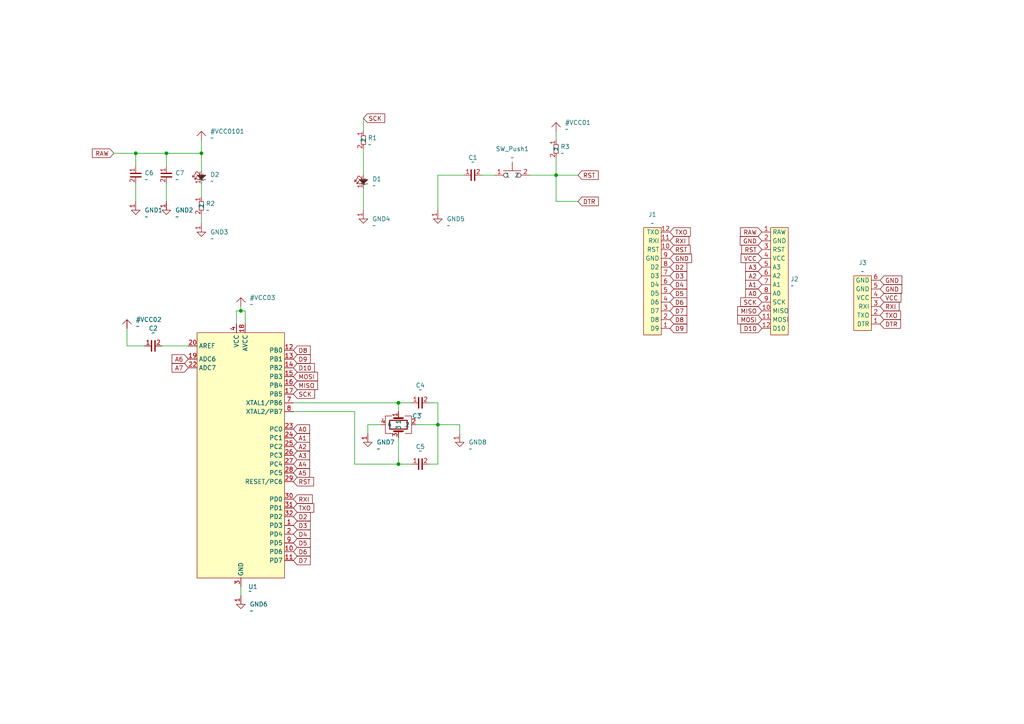
<source format=kicad_sch>
(kicad_sch (version 20250114) (generator "eeschema") (generator_version "9.0")
  (paper "A4")
  (lib_symbols
    (symbol "my_library:Crystal"
      (property "Reference" "C" (at -3.556 4.318 0))
      (symbol "Crystal_0_1"
        (polyline (pts (xy -2.54 1.905) (xy -2.54 3.81) (xy 2.54 3.81) (xy 2.54 1.905)))
        (polyline (pts (xy -2.54 -1.905) (xy -2.54 -3.81) (xy 2.54 -3.81) (xy 2.54 -1.905)))
      )
      (symbol "Crystal_1_1"
        (polyline (pts (xy -1.905 1.27) (xy -1.905 -1.27)) (stroke (width 0.508)))
        (polyline (pts (xy -1.27 0) (xy -1.27 -2.54) (xy 1.27 -2.54) (xy 1.27 0) (xy 1.27 2.54) (xy -1.27 2.54) (xy -1.27 0)) (stroke (width 0.3048)))
        (polyline (pts (xy 1.905 1.27) (xy 1.905 -1.27)) (stroke (width 0.508)))
        (pin passive line (at -3.81 0 0) (length 1.778) (name "1") (number "1"))
        (pin passive line (at 0 5.08 270) (length 1.27) (name "2") (number "2"))
        (pin passive line (at 0 -5.08 90) (length 1.27) (name "4") (number "4"))
        (pin passive line (at 3.81 0 180) (length 1.778) (name "3") (number "3"))
      )
    )
    (symbol "my_library:GND"
      (property "Reference" "GND" (at 0 -3.81 0))
      (symbol "GND_0_1"
        (polyline (pts (xy -1.27 -1.27) (xy 0 -1.27) (xy 1.27 -1.27) (xy 0 -2.54) (xy -1.27 -1.27)))
      )
      (symbol "GND_1_1"
        (pin power_out line (at 0 1.27 270) (length 2.54) (name "") (number "1"))
      )
    )
    (symbol "my_library:Led"
      (property "Reference" "D" (at -0.254 4.064 0))
      (symbol "Led_0_1"
        (polyline (pts (xy -0.635 0.635) (xy -0.635 0.635)))
      )
      (symbol "Led_1_1"
        (polyline (pts (xy -1.27 1.27) (xy -1.27 -1.27)))
        (polyline (pts (xy -0.3174 1.27) (xy -1.27 1.905) (xy -0.635 1.905) (xy -1.27 1.905) (xy -0.9524 1.27)))
        (polyline (pts (xy 0 -1.27) (xy 0 1.27) (xy -1.27 0) (xy 0 -1.27)) (fill (type outline)))
        (polyline (pts (xy 0.3175 1.905) (xy -0.635 2.54) (xy 0 2.54) (xy -0.635 2.54) (xy -0.3175 1.905)))
        (pin passive line (at -2.54 0 0) (length 1.27) (name "K") (number "1"))
        (pin passive line (at 1.27 0 180) (length 1.27) (name "A") (number "2"))
      )
    )
    (symbol "my_library:Resistor"
      (property "Reference" "R" (at 0 2.032 0))
      (symbol "Resistor_0_1"
        (polyline (pts (xy -0.635 1.27) (xy -0.635 -1.27) (xy 0.635 -1.27) (xy 0.635 1.27) (xy -0.635 1.27)))
        (polyline (pts (xy 0 0.635) (xy 0 0.635)))
      )
      (symbol "Resistor_1_1"
        (pin passive line (at 0 2.54 270) (length 1.27) (name "1") (number "1"))
        (pin passive line (at 0 -2.54 90) (length 1.27) (name "2") (number "2"))
      )
    )
    (symbol "my_library:Sw_push"
      (property "Reference" "SW_Push" (at -0.254 4.826 0))
      (symbol "Sw_push_0_1"
        (polyline (pts (xy -2.54 1.27) (xy 2.54 1.27)))
        (circle (center -1.905 0) (radius 0.635))
        (polyline (pts (xy 0 1.27) (xy 0 3.81)))
        (circle (center 1.905 0) (radius 0.635))
      )
      (symbol "Sw_push_1_1"
        (pin passive line (at -5.08 0 0) (length 2.54) (name "1") (number "1"))
        (pin passive line (at 5.08 0 180) (length 2.54) (name "2") (number "2"))
      )
    )
    (symbol "my_library:VCC" (power) (in_bom no) (on_board no)
      (property "Reference" "VCC" (at 0 0 0))
      (symbol "VCC_0_1"
        (polyline (pts (xy 1.27 -2.54) (xy 0 -1.27) (xy -1.27 -2.54)))
      )
      (symbol "VCC_1_1"
        (pin power_out line (at 0 -3.81 90) (length 2.54) (name "") (number ""))
      )
    )
    (symbol "my_library:atmega328p-A"
      (property "Reference" "U" (at 0 0 0))
      (symbol "atmega328p-A_0_1"
        (polyline (pts (xy -12.7 33.655) (xy -12.7 33.655)))
      )
      (symbol "atmega328p-A_1_1"
        (polyline (pts (xy -12.7 0) (xy -12.7 35.56) (xy 0 35.56) (xy 12.7 35.56) (xy 12.7 0) (xy 12.7 -35.56) (xy -12.7 -35.56) (xy -12.7 0)) (fill (type background)))
        (pin passive line (at -15.24 31.75 0) (length 2.54) (name "AREF") (number "20"))
        (pin input line (at -15.24 27.94 0) (length 2.54) (name "ADC6") (number "19"))
        (pin input line (at -15.24 25.4 0) (length 2.54) (name "ADC7") (number "22"))
        (pin power_in line (at -1.27 38.1 270) (length 2.54) (name "VCC") (number "4"))
        (pin power_in line (at 0 -38.1 90) (length 2.54) (name "GND") (number "3"))
        (pin power_in line (at 1.27 38.1 270) (length 2.54) (name "AVCC") (number "18"))
        (pin bidirectional line (at 15.24 30.48 180) (length 2.54) (name "PB0") (number "12"))
        (pin bidirectional line (at 15.24 27.94 180) (length 2.54) (name "PB1") (number "13"))
        (pin bidirectional line (at 15.24 25.4 180) (length 2.54) (name "PB2") (number "14"))
        (pin bidirectional line (at 15.24 22.86 180) (length 2.54) (name "PB3") (number "15"))
        (pin bidirectional line (at 15.24 20.32 180) (length 2.54) (name "PB4") (number "16"))
        (pin bidirectional line (at 15.24 17.78 180) (length 2.54) (name "PB5") (number "17"))
        (pin bidirectional line (at 15.24 15.24 180) (length 2.54) (name "XTAL1/PB6") (number "7"))
        (pin bidirectional line (at 15.24 12.7 180) (length 2.54) (name "XTAL2/PB7") (number "8"))
        (pin bidirectional line (at 15.24 7.62 180) (length 2.54) (name "PC0") (number "23"))
        (pin bidirectional line (at 15.24 5.08 180) (length 2.54) (name "PC1") (number "24"))
        (pin bidirectional line (at 15.24 2.54 180) (length 2.54) (name "PC2") (number "25"))
        (pin bidirectional line (at 15.24 0 180) (length 2.54) (name "PC3") (number "26"))
        (pin bidirectional line (at 15.24 -2.54 180) (length 2.54) (name "PC4") (number "27"))
        (pin bidirectional line (at 15.24 -5.08 180) (length 2.54) (name "PC5") (number "28"))
        (pin bidirectional line (at 15.24 -7.62 180) (length 2.54) (name "RESET/PC6") (number "29"))
        (pin bidirectional line (at 15.24 -12.7 180) (length 2.54) (name "PD0") (number "30"))
        (pin bidirectional line (at 15.24 -15.24 180) (length 2.54) (name "PD1") (number "31"))
        (pin bidirectional line (at 15.24 -17.78 180) (length 2.54) (name "PD2") (number "32"))
        (pin bidirectional line (at 15.24 -20.32 180) (length 2.54) (name "PD3") (number "1"))
        (pin bidirectional line (at 15.24 -22.86 180) (length 2.54) (name "PD4") (number "2"))
        (pin bidirectional line (at 15.24 -25.4 180) (length 2.54) (name "PD5") (number "9"))
        (pin bidirectional line (at 15.24 -27.94 180) (length 2.54) (name "PD6") (number "10"))
        (pin bidirectional line (at 15.24 -30.48 180) (length 2.54) (name "PD7") (number "11"))
      )
    )
    (symbol "my_library:capacitor_v2"
      (property "Reference" "c" (at 2.286 2.54 0))
      (symbol "capacitor_v2_1_1"
        (polyline (pts (xy -1.524 0.508) (xy 1.524 0.508)) (stroke (width 0.3556)))
        (polyline (pts (xy -1.524 -0.508) (xy 1.524 -0.508)) (stroke (width 0.3556)))
        (pin passive line (at 0 2.54 270) (length 2.032) (name "") (number "1"))
        (pin passive line (at 0 -2.54 90) (length 2.032) (name "") (number "2"))
      )
    )
    (symbol "my_library:connector_1"
      (property "Reference" "J1" (at 0 0 0))
      (symbol "connector_1_1_1"
        (polyline (pts (xy 0 36.83) (xy 0 5.715) (xy -5.08 5.715) (xy -5.08 36.83) (xy -0.635 36.83) (xy 0 36.83)) (fill (type background)))
        (pin passive line (at 2.54 35.56 180) (length 2.54) (name "TXO") (number "12"))
        (pin passive line (at 2.54 33.02 180) (length 2.54) (name "RXI") (number "11"))
        (pin passive line (at 2.54 30.48 180) (length 2.54) (name "RST") (number "10"))
        (pin passive line (at 2.54 27.94 180) (length 2.54) (name "GND") (number "9"))
        (pin passive line (at 2.54 25.4 180) (length 2.54) (name "D2") (number "8"))
        (pin passive line (at 2.54 22.86 180) (length 2.54) (name "D3") (number "7"))
        (pin passive line (at 2.54 20.32 180) (length 2.54) (name "D4") (number "6"))
        (pin passive line (at 2.54 17.78 180) (length 2.54) (name "D5") (number "5"))
        (pin passive line (at 2.54 15.24 180) (length 2.54) (name "D6") (number "4"))
        (pin passive line (at 2.54 12.7 180) (length 2.54) (name "D7") (number "3"))
        (pin passive line (at 2.54 10.16 180) (length 2.54) (name "D8") (number "2"))
        (pin passive line (at 2.54 7.62 180) (length 2.54) (name "D9") (number "1"))
      )
    )
    (symbol "my_library:connector_2"
      (property "Reference" "J2" (at 0 0 0))
      (symbol "connector_2_1_1"
        (polyline (pts (xy -1.905 36.83) (xy -1.905 5.715) (xy 3.175 5.715) (xy 3.175 36.83) (xy -1.27 36.83) (xy -1.905 36.83)) (fill (type background)))
        (pin passive line (at -4.445 35.56 0) (length 2.54) (name "RAW") (number "1"))
        (pin passive line (at -4.445 33.02 0) (length 2.54) (name "GND") (number "2"))
        (pin passive line (at -4.445 30.48 0) (length 2.54) (name "RST") (number "3"))
        (pin passive line (at -4.445 27.94 0) (length 2.54) (name "VCC") (number "4"))
        (pin passive line (at -4.445 25.4 0) (length 2.54) (name "A3") (number "5"))
        (pin passive line (at -4.445 22.86 0) (length 2.54) (name "A2") (number "6"))
        (pin passive line (at -4.445 20.32 0) (length 2.54) (name "A1") (number "7"))
        (pin passive line (at -4.445 17.78 0) (length 2.54) (name "A0") (number "8"))
        (pin passive line (at -4.445 15.24 0) (length 2.54) (name "SCK") (number "9"))
        (pin passive line (at -4.445 12.7 0) (length 2.54) (name "MISO") (number "10"))
        (pin passive line (at -4.445 10.16 0) (length 2.54) (name "MOSI") (number "11"))
        (pin passive line (at -4.445 7.62 0) (length 2.54) (name "D10") (number "12"))
      )
    )
    (symbol "my_library:connector_3"
      (property "Reference" "J3" (at -5.334 2.286 0))
      (symbol "connector_3_1_1"
        (polyline (pts (xy 1.27 7.62) (xy 6.35 7.62) (xy 6.35 -8.255) (xy 1.27 -8.255) (xy 1.27 7.62)) (fill (type background)))
        (pin passive line (at 8.89 6.35 180) (length 2.54) (name "GND") (number "6"))
        (pin passive line (at 8.89 3.81 180) (length 2.54) (name "GND") (number "5"))
        (pin passive line (at 8.89 1.27 180) (length 2.54) (name "VCC") (number "4"))
        (pin passive line (at 8.89 -1.27 180) (length 2.54) (name "RXI") (number "3"))
        (pin passive line (at 8.89 -3.81 180) (length 2.54) (name "TXO") (number "2"))
        (pin passive line (at 8.89 -6.35 180) (length 2.54) (name "DTR") (number "1"))
      )
    )
  )
  (junction (at 127 123.19))
  (junction (at 58.42 44.45))
  (junction (at 115.57 134.62))
  (junction (at 161.29 50.8))
  (junction (at 48.26 44.45))
  (junction (at 115.57 116.84))
  (junction (at 69.85 90.17))
  (junction (at 39.37 44.45))
  (wire (pts (xy 119.38 134.62) (xy 115.57 134.62)))
  (wire (pts (xy 161.29 50.8) (xy 161.29 45.72)))
  (wire (pts (xy 58.42 40.64) (xy 58.42 44.45)))
  (wire (pts (xy 68.58 90.17) (xy 69.85 90.17)))
  (wire (pts (xy 58.42 44.45) (xy 58.42 49.53)))
  (wire (pts (xy 39.37 44.45) (xy 48.26 44.45)))
  (wire (pts (xy 161.29 50.8) (xy 161.29 58.42)))
  (wire (pts (xy 69.85 170.18) (xy 69.85 172.72)))
  (wire (pts (xy 106.68 123.19) (xy 106.68 125.73)))
  (wire (pts (xy 58.42 62.23) (xy 58.42 64.77)))
  (wire (pts (xy 36.83 95.25) (xy 36.83 100.33)))
  (wire (pts (xy 69.85 88.9) (xy 69.85 90.17)))
  (wire (pts (xy 48.26 53.34) (xy 48.26 58.42)))
  (wire (pts (xy 127 116.84) (xy 127 123.19)))
  (wire (pts (xy 124.46 116.84) (xy 127 116.84)))
  (wire (pts (xy 110.49 123.19) (xy 106.68 123.19)))
  (wire (pts (xy 105.41 43.18) (xy 105.41 50.8)))
  (wire (pts (xy 127 123.19) (xy 120.65 123.19)))
  (wire (pts (xy 105.41 34.29) (xy 105.41 38.1)))
  (wire (pts (xy 69.85 90.17) (xy 71.12 90.17)))
  (wire (pts (xy 33.02 44.45) (xy 39.37 44.45)))
  (wire (pts (xy 161.29 50.8) (xy 167.64 50.8)))
  (wire (pts (xy 161.29 58.42) (xy 167.64 58.42)))
  (wire (pts (xy 115.57 134.62) (xy 102.87 134.62)))
  (wire (pts (xy 102.87 134.62) (xy 102.87 119.38)))
  (wire (pts (xy 36.83 100.33) (xy 41.91 100.33)))
  (wire (pts (xy 127 123.19) (xy 127 134.62)))
  (wire (pts (xy 139.7 50.8) (xy 143.51 50.8)))
  (wire (pts (xy 105.41 54.61) (xy 105.41 60.96)))
  (wire (pts (xy 115.57 127) (xy 115.57 134.62)))
  (wire (pts (xy 115.57 116.84) (xy 115.57 119.38)))
  (wire (pts (xy 153.67 50.8) (xy 161.29 50.8)))
  (wire (pts (xy 58.42 53.34) (xy 58.42 57.15)))
  (wire (pts (xy 127 60.96) (xy 127 50.8)))
  (wire (pts (xy 102.87 119.38) (xy 85.09 119.38)))
  (wire (pts (xy 133.35 123.19) (xy 133.35 125.73)))
  (wire (pts (xy 48.26 44.45) (xy 48.26 48.26)))
  (wire (pts (xy 115.57 116.84) (xy 119.38 116.84)))
  (wire (pts (xy 85.09 116.84) (xy 115.57 116.84)))
  (wire (pts (xy 127 50.8) (xy 134.62 50.8)))
  (wire (pts (xy 68.58 93.98) (xy 68.58 90.17)))
  (wire (pts (xy 161.29 38.1) (xy 161.29 40.64)))
  (wire (pts (xy 39.37 53.34) (xy 39.37 58.42)))
  (wire (pts (xy 39.37 44.45) (xy 39.37 48.26)))
  (wire (pts (xy 48.26 44.45) (xy 58.42 44.45)))
  (wire (pts (xy 46.99 100.33) (xy 54.61 100.33)))
  (wire (pts (xy 127 134.62) (xy 124.46 134.62)))
  (wire (pts (xy 127 123.19) (xy 133.35 123.19)))
  (wire (pts (xy 71.12 90.17) (xy 71.12 93.98)))
  (global_label "D8" (shape input) (at 194.31 92.71 0) (property "Intersheetrefs" "${INTERSHEET_REFS}" (effects (hide yes))))
  (global_label "RST" (shape input) (at 85.09 139.7 0) (property "Intersheetrefs" "${INTERSHEET_REFS}" (effects (hide yes))))
  (global_label "A4" (shape input) (at 85.09 134.62 0) (property "Intersheetrefs" "${INTERSHEET_REFS}" (effects (hide yes))))
  (global_label "DTR" (shape input) (at 255.27 93.98 0) (property "Intersheetrefs" "${INTERSHEET_REFS}" (effects (hide yes))))
  (global_label "D7" (shape input) (at 85.09 162.56 0) (property "Intersheetrefs" "${INTERSHEET_REFS}" (effects (hide yes))))
  (global_label "D6" (shape input) (at 85.09 160.02 0) (property "Intersheetrefs" "${INTERSHEET_REFS}" (effects (hide yes))))
  (global_label "RST" (shape input) (at 220.98 72.39 180) (property "Intersheetrefs" "${INTERSHEET_REFS}" (effects (hide yes))))
  (global_label "GND" (shape input) (at 255.27 83.82 0) (property "Intersheetrefs" "${INTERSHEET_REFS}" (effects (hide yes))))
  (global_label "RAW" (shape input) (at 33.02 44.45 180) (property "Intersheetrefs" "${INTERSHEET_REFS}" (effects (hide yes))))
  (global_label "RST" (shape input) (at 167.64 50.8 0) (property "Intersheetrefs" "${INTERSHEET_REFS}" (effects (hide yes))))
  (global_label "VCC" (shape input) (at 255.27 86.36 0) (property "Intersheetrefs" "${INTERSHEET_REFS}" (effects (hide yes))))
  (global_label "MOSI" (shape input) (at 85.09 109.22 0) (property "Intersheetrefs" "${INTERSHEET_REFS}" (effects (hide yes))))
  (global_label "D2" (shape input) (at 194.31 77.47 0) (property "Intersheetrefs" "${INTERSHEET_REFS}" (effects (hide yes))))
  (global_label "D4" (shape input) (at 194.31 82.55 0) (property "Intersheetrefs" "${INTERSHEET_REFS}" (effects (hide yes))))
  (global_label "A5" (shape input) (at 85.09 137.16 0) (property "Intersheetrefs" "${INTERSHEET_REFS}" (effects (hide yes))))
  (global_label "D5" (shape input) (at 85.09 157.48 0) (property "Intersheetrefs" "${INTERSHEET_REFS}" (effects (hide yes))))
  (global_label "RXI" (shape input) (at 255.27 88.9 0) (property "Intersheetrefs" "${INTERSHEET_REFS}" (effects (hide yes))))
  (global_label "GND" (shape input) (at 255.27 81.28 0) (property "Intersheetrefs" "${INTERSHEET_REFS}" (effects (hide yes))))
  (global_label "SCK" (shape input) (at 105.41 34.29 0) (property "Intersheetrefs" "${INTERSHEET_REFS}" (effects (hide yes))))
  (global_label "A7" (shape input) (at 54.61 106.68 180) (property "Intersheetrefs" "${INTERSHEET_REFS}" (effects (hide yes))))
  (global_label "A3" (shape input) (at 220.98 77.47 180) (property "Intersheetrefs" "${INTERSHEET_REFS}" (effects (hide yes))))
  (global_label "RXI" (shape input) (at 85.09 144.78 0) (property "Intersheetrefs" "${INTERSHEET_REFS}" (effects (hide yes))))
  (global_label "VCC" (shape input) (at 220.98 74.93 180) (property "Intersheetrefs" "${INTERSHEET_REFS}" (effects (hide yes))))
  (global_label "D2" (shape input) (at 85.09 149.86 0) (property "Intersheetrefs" "${INTERSHEET_REFS}" (effects (hide yes))))
  (global_label "SCK" (shape input) (at 220.98 87.63 180) (property "Intersheetrefs" "${INTERSHEET_REFS}" (effects (hide yes))))
  (global_label "SCK" (shape input) (at 85.09 114.3 0) (property "Intersheetrefs" "${INTERSHEET_REFS}" (effects (hide yes))))
  (global_label "D3" (shape input) (at 194.31 80.01 0) (property "Intersheetrefs" "${INTERSHEET_REFS}" (effects (hide yes))))
  (global_label "D10" (shape input) (at 85.09 106.68 0) (property "Intersheetrefs" "${INTERSHEET_REFS}" (effects (hide yes))))
  (global_label "DTR" (shape input) (at 167.64 58.42 0) (property "Intersheetrefs" "${INTERSHEET_REFS}" (effects (hide yes))))
  (global_label "A1" (shape input) (at 220.98 82.55 180) (property "Intersheetrefs" "${INTERSHEET_REFS}" (effects (hide yes))))
  (global_label "MOSI" (shape input) (at 220.98 92.71 180) (property "Intersheetrefs" "${INTERSHEET_REFS}" (effects (hide yes))))
  (global_label "MISO" (shape input) (at 85.09 111.76 0) (property "Intersheetrefs" "${INTERSHEET_REFS}" (effects (hide yes))))
  (global_label "D6" (shape input) (at 194.31 87.63 0) (property "Intersheetrefs" "${INTERSHEET_REFS}" (effects (hide yes))))
  (global_label "A3" (shape input) (at 85.09 132.08 0) (property "Intersheetrefs" "${INTERSHEET_REFS}" (effects (hide yes))))
  (global_label "D4" (shape input) (at 85.09 154.94 0) (property "Intersheetrefs" "${INTERSHEET_REFS}" (effects (hide yes))))
  (global_label "A6" (shape input) (at 54.61 104.14 180) (property "Intersheetrefs" "${INTERSHEET_REFS}" (effects (hide yes))))
  (global_label "D3" (shape input) (at 85.09 152.4 0) (property "Intersheetrefs" "${INTERSHEET_REFS}" (effects (hide yes))))
  (global_label "TXO" (shape input) (at 85.09 147.32 0) (property "Intersheetrefs" "${INTERSHEET_REFS}" (effects (hide yes))))
  (global_label "A0" (shape input) (at 220.98 85.09 180) (property "Intersheetrefs" "${INTERSHEET_REFS}" (effects (hide yes))))
  (global_label "MISO" (shape input) (at 220.98 90.17 180) (property "Intersheetrefs" "${INTERSHEET_REFS}" (effects (hide yes))))
  (global_label "D7" (shape input) (at 194.31 90.17 0) (property "Intersheetrefs" "${INTERSHEET_REFS}" (effects (hide yes))))
  (global_label "A0" (shape input) (at 85.09 124.46 0) (property "Intersheetrefs" "${INTERSHEET_REFS}" (effects (hide yes))))
  (global_label "GND" (shape input) (at 194.31 74.93 0) (property "Intersheetrefs" "${INTERSHEET_REFS}" (effects (hide yes))))
  (global_label "GND" (shape input) (at 220.98 69.85 180) (property "Intersheetrefs" "${INTERSHEET_REFS}" (effects (hide yes))))
  (global_label "TXO" (shape input) (at 194.31 67.31 0) (property "Intersheetrefs" "${INTERSHEET_REFS}" (effects (hide yes))))
  (global_label "A2" (shape input) (at 85.09 129.54 0) (property "Intersheetrefs" "${INTERSHEET_REFS}" (effects (hide yes))))
  (global_label "D5" (shape input) (at 194.31 85.09 0) (property "Intersheetrefs" "${INTERSHEET_REFS}" (effects (hide yes))))
  (global_label "RXI" (shape input) (at 194.31 69.85 0) (property "Intersheetrefs" "${INTERSHEET_REFS}" (effects (hide yes))))
  (global_label "RAW" (shape input) (at 220.98 67.31 180) (property "Intersheetrefs" "${INTERSHEET_REFS}" (effects (hide yes))))
  (global_label "D9" (shape input) (at 194.31 95.25 0) (property "Intersheetrefs" "${INTERSHEET_REFS}" (effects (hide yes))))
  (global_label "A1" (shape input) (at 85.09 127 0) (property "Intersheetrefs" "${INTERSHEET_REFS}" (effects (hide yes))))
  (global_label "D8" (shape input) (at 85.09 101.6 0) (property "Intersheetrefs" "${INTERSHEET_REFS}" (effects (hide yes))))
  (global_label "D10" (shape input) (at 220.98 95.25 180) (property "Intersheetrefs" "${INTERSHEET_REFS}" (effects (hide yes))))
  (global_label "TXO" (shape input) (at 255.27 91.44 0) (property "Intersheetrefs" "${INTERSHEET_REFS}" (effects (hide yes))))
  (global_label "D9" (shape input) (at 85.09 104.14 0) (property "Intersheetrefs" "${INTERSHEET_REFS}" (effects (hide yes))))
  (global_label "A2" (shape input) (at 220.98 80.01 180) (property "Intersheetrefs" "${INTERSHEET_REFS}" (effects (hide yes))))
  (global_label "RST" (shape input) (at 194.31 72.39 0) (property "Intersheetrefs" "${INTERSHEET_REFS}" (effects (hide yes))))
  (symbol (lib_id "my_library:Resistor") (at 161.29 43.18 0) (unit 1)
    (property "Reference" "R3" (at 162.56 42.5449 0) (effects (justify left)))
    (property "Value" "~" (at 162.56 44.45 0) (effects (justify left)))
  )
  (symbol (lib_id "my_library:Resistor") (at 105.41 40.64 0) (unit 1)
    (property "Reference" "R1" (at 106.68 40.0049 0) (effects (justify left)))
    (property "Value" "~" (at 106.68 41.91 0) (effects (justify left)))
  )
  (symbol (lib_id "my_library:GND") (at 127 62.23 0) (unit 1)
    (property "Reference" "GND5" (at 129.54 63.4999 0) (effects (justify left)))
    (property "Value" "~" (at 129.54 65.405 0) (effects (justify left)))
  )
  (symbol (lib_id "my_library:Led") (at 105.41 52.07 90) (unit 1)
    (property "Reference" "D1" (at 107.95 51.9111 90) (effects (justify right)))
    (property "Value" "~" (at 107.95 53.8162 90) (effects (justify right)))
  )
  (symbol (lib_id "my_library:GND") (at 58.42 66.04 0) (unit 1)
    (property "Reference" "GND3" (at 60.96 67.3099 0) (effects (justify left)))
    (property "Value" "~" (at 60.96 69.215 0) (effects (justify left)))
  )
  (symbol (lib_id "my_library:VCC") (at 58.42 36.83 0) (unit 1) (in_bom no) (on_board no)
    (property "Reference" "#VCC0101" (at 60.96 38.0999 0) (effects (justify left)))
    (property "Value" "~" (at 60.96 40.005 0) (effects (justify left)))
  )
  (symbol (lib_id "my_library:connector_2") (at 225.425 102.87 0) (unit 1)
    (property "Reference" "J2" (at 229.235 80.9624 0) (effects (justify left)))
    (property "Value" "~" (at 229.235 82.8675 0) (effects (justify left)))
  )
  (symbol (lib_id "my_library:capacitor_v2") (at 48.26 50.8 0) (unit 1)
    (property "Reference" "C7" (at 50.8 50.1649 0) (effects (justify left)))
    (property "Value" "~" (at 50.8 52.07 0) (effects (justify left)))
  )
  (symbol (lib_id "my_library:connector_3") (at 246.38 87.63 0) (unit 1)
    (property "Reference" "J3" (at 250.19 76.2 0))
    (property "Value" "~" (at 250.19 78.74 0))
  )
  (symbol (lib_id "my_library:connector_1") (at 191.77 102.87 0) (unit 1)
    (property "Reference" "J1" (at 189.23 62.23 0))
    (property "Value" "~" (at 189.23 64.77 0))
  )
  (symbol (lib_id "my_library:GND") (at 69.85 173.99 0) (unit 1)
    (property "Reference" "GND6" (at 72.39 175.2599 0) (effects (justify left)))
    (property "Value" "~" (at 72.39 177.165 0) (effects (justify left)))
  )
  (symbol (lib_id "my_library:GND") (at 48.26 59.69 0) (unit 1)
    (property "Reference" "GND2" (at 50.8 60.9599 0) (effects (justify left)))
    (property "Value" "~" (at 50.8 62.865 0) (effects (justify left)))
  )
  (symbol (lib_id "my_library:capacitor_v2") (at 121.92 116.84 90) (unit 1)
    (property "Reference" "C4" (at 121.92 111.76 90))
    (property "Value" "~" (at 121.92 113.03 90))
  )
  (symbol (lib_id "my_library:GND") (at 105.41 62.23 0) (unit 1)
    (property "Reference" "GND4" (at 107.95 63.4999 0) (effects (justify left)))
    (property "Value" "~" (at 107.95 65.405 0) (effects (justify left)))
  )
  (symbol (lib_id "my_library:VCC") (at 36.83 91.44 0) (unit 1) (in_bom no) (on_board no)
    (property "Reference" "#VCC02" (at 39.37 92.7099 0) (effects (justify left)))
    (property "Value" "~" (at 39.37 94.615 0) (effects (justify left)))
  )
  (symbol (lib_id "my_library:GND") (at 39.37 59.69 0) (unit 1)
    (property "Reference" "GND1" (at 41.91 60.9599 0) (effects (justify left)))
    (property "Value" "~" (at 41.91 62.865 0) (effects (justify left)))
  )
  (symbol (lib_id "my_library:capacitor_v2") (at 121.92 134.62 90) (unit 1)
    (property "Reference" "C5" (at 121.92 129.54 90))
    (property "Value" "~" (at 121.92 130.81 90))
  )
  (symbol (lib_id "my_library:atmega328p-A") (at 69.85 132.08 0) (unit 1)
    (property "Reference" "U1" (at 71.9933 170.18 0) (effects (justify left)))
    (property "Value" "~" (at 71.9933 171.45 0) (effects (justify left)))
  )
  (symbol (lib_id "my_library:Led") (at 58.42 50.8 90) (unit 1)
    (property "Reference" "D2" (at 60.96 50.6411 90) (effects (justify right)))
    (property "Value" "~" (at 60.96 52.5462 90) (effects (justify right)))
  )
  (symbol (lib_id "my_library:Crystal") (at 115.57 123.19 270) (unit 1)
    (property "Reference" "C3" (at 120.904 120.65 90))
    (property "Value" "~" (at 121.92 119.9449 90))
  )
  (symbol (lib_id "my_library:GND") (at 133.35 127 0) (unit 1)
    (property "Reference" "GND8" (at 135.89 128.2699 0) (effects (justify left)))
    (property "Value" "~" (at 135.89 130.175 0) (effects (justify left)))
  )
  (symbol (lib_id "my_library:Sw_push") (at 148.59 50.8 0) (unit 1)
    (property "Reference" "SW_Push1" (at 148.59 43.18 0))
    (property "Value" "~" (at 148.59 45.72 0))
  )
  (symbol (lib_id "my_library:Resistor") (at 58.42 59.69 0) (unit 1)
    (property "Reference" "R2" (at 59.69 59.0549 0) (effects (justify left)))
    (property "Value" "~" (at 59.69 60.96 0) (effects (justify left)))
  )
  (symbol (lib_id "my_library:capacitor_v2") (at 44.45 100.33 90) (unit 1)
    (property "Reference" "C2" (at 44.45 95.25 90))
    (property "Value" "~" (at 44.45 96.52 90))
  )
  (symbol (lib_id "my_library:GND") (at 106.68 127 0) (unit 1)
    (property "Reference" "GND7" (at 109.22 128.2699 0) (effects (justify left)))
    (property "Value" "~" (at 109.22 130.175 0) (effects (justify left)))
  )
  (symbol (lib_id "my_library:VCC") (at 161.29 34.29 0) (unit 1) (in_bom no) (on_board no)
    (property "Reference" "#VCC01" (at 163.83 35.5599 0) (effects (justify left)))
    (property "Value" "~" (at 163.83 37.465 0) (effects (justify left)))
  )
  (symbol (lib_id "my_library:VCC") (at 69.85 85.09 0) (unit 1) (in_bom no) (on_board no)
    (property "Reference" "#VCC03" (at 72.39 86.3599 0) (effects (justify left)))
    (property "Value" "~" (at 72.39 88.265 0) (effects (justify left)))
  )
  (symbol (lib_id "my_library:capacitor_v2") (at 137.16 50.8 90) (unit 1)
    (property "Reference" "C1" (at 137.16 45.72 90))
    (property "Value" "~" (at 137.16 46.99 90))
  )
  (symbol (lib_id "my_library:capacitor_v2") (at 39.37 50.8 0) (unit 1)
    (property "Reference" "C6" (at 41.91 50.1649 0) (effects (justify left)))
    (property "Value" "~" (at 41.91 52.07 0) (effects (justify left)))
  )
)
</source>
